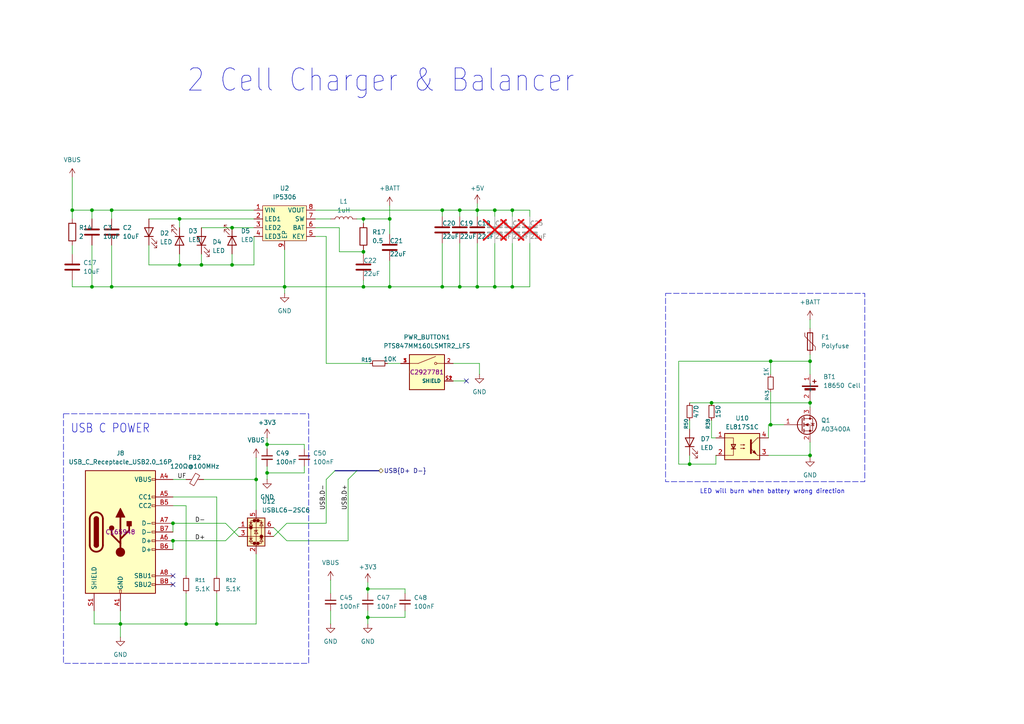
<source format=kicad_sch>
(kicad_sch (version 20250114) (generator "eeschema") (generator_version "9.0")
  (paper "A4")
  (lib_symbols
    (symbol "BH-18650-B1BA002:BH-18650-B1BA002" (pin_names (offset 1.016))
      (property "Reference" "BT" (at -3.81 3.81 0))
      (property "Value" "BH-18650-B1BA002" (at -3.81 -5.08 0))
      (symbol "BH-18650-B1BA002_0_1"
        (rectangle (start -2.286 0.508) (end 2.286 0.254) (fill (type outline)))
        (rectangle (start -1.524 -0.254) (end 1.524 -0.762) (fill (type outline)))
        (polyline (pts (xy 0 0.508) (xy 0 1.27)))
        (polyline (pts (xy 0 -0.508) (xy 0 -1.27)))
        (polyline (pts (xy 0.762 1.778) (xy 1.778 1.778)) (stroke (width 0.254)))
        (polyline (pts (xy 1.27 2.286) (xy 1.27 1.27)) (stroke (width 0.254)))
      )
      (symbol "BH-18650-B1BA002_1_1"
        (pin passive line (at 0 3.81 270) (length 2.54) (name "+") (number "1"))
        (pin passive line (at 0 -3.81 90) (length 2.54) (name "-") (number "2"))
      )
    )
    (symbol "Connector:USB_C_Receptacle_USB2.0_16P" (pin_names (offset 1.016))
      (property "Reference" "J" (at 0 22.225 0))
      (property "Value" "USB_C_Receptacle_USB2.0_16P" (at 0 19.685 0))
      (symbol "USB_C_Receptacle_USB2.0_16P_0_0"
        (rectangle (start -0.254 -17.78) (end 0.254 -16.764))
        (rectangle (start 10.16 15.494) (end 9.144 14.986))
        (rectangle (start 10.16 10.414) (end 9.144 9.906))
        (rectangle (start 10.16 7.874) (end 9.144 7.366))
        (rectangle (start 10.16 2.794) (end 9.144 2.286))
        (rectangle (start 10.16 0.254) (end 9.144 -0.254))
        (rectangle (start 10.16 -2.286) (end 9.144 -2.794))
        (rectangle (start 10.16 -4.826) (end 9.144 -5.334))
        (rectangle (start 10.16 -12.446) (end 9.144 -12.954))
        (rectangle (start 10.16 -14.986) (end 9.144 -15.494))
      )
      (symbol "USB_C_Receptacle_USB2.0_16P_0_1"
        (rectangle (start -10.16 17.78) (end 10.16 -17.78) (stroke (width 0.254)) (fill (type background)))
        (polyline (pts (xy -8.89 -3.81) (xy -8.89 3.81)) (stroke (width 0.508)))
        (rectangle (start -7.62 -3.81) (end -6.35 3.81) (stroke (width 0.254)) (fill (type outline)))
        (arc (start -7.62 3.81) (mid -6.985 4.4423) (end -6.35 3.81) (stroke (width 0.254)))
        (arc (start -7.62 3.81) (mid -6.985 4.4423) (end -6.35 3.81) (stroke (width 0.254)) (fill (type outline)))
        (arc (start -8.89 3.81) (mid -6.985 5.7067) (end -5.08 3.81) (stroke (width 0.508)))
        (arc (start -5.08 -3.81) (mid -6.985 -5.7067) (end -8.89 -3.81) (stroke (width 0.508)))
        (arc (start -6.35 -3.81) (mid -6.985 -4.4423) (end -7.62 -3.81) (stroke (width 0.254)))
        (arc (start -6.35 -3.81) (mid -6.985 -4.4423) (end -7.62 -3.81) (stroke (width 0.254)) (fill (type outline)))
        (polyline (pts (xy -5.08 3.81) (xy -5.08 -3.81)) (stroke (width 0.508)))
        (circle (center -2.54 1.143) (radius 0.635) (stroke (width 0.254)) (fill (type outline)))
        (polyline (pts (xy -1.27 4.318) (xy 0 6.858) (xy 1.27 4.318) (xy -1.27 4.318)) (stroke (width 0.254)) (fill (type outline)))
        (polyline (pts (xy 0 -2.032) (xy 2.54 0.508) (xy 2.54 1.778)) (stroke (width 0.508)))
        (polyline (pts (xy 0 -3.302) (xy -2.54 -0.762) (xy -2.54 0.508)) (stroke (width 0.508)))
        (polyline (pts (xy 0 -5.842) (xy 0 4.318)) (stroke (width 0.508)))
        (circle (center 0 -5.842) (radius 1.27) (fill (type outline)))
        (rectangle (start 1.905 1.778) (end 3.175 3.048) (stroke (width 0.254)) (fill (type outline)))
      )
      (symbol "USB_C_Receptacle_USB2.0_16P_1_1"
        (pin passive line (at -7.62 -22.86 90) (length 5.08) (name "SHIELD") (number "S1"))
        (pin passive line (at 0 -22.86 90) (length 5.08) (name "GND") (number "A1"))
        (pin passive line (at 0 -22.86 90) (length 5.08) (hide yes) (name "GND") (number "A12"))
        (pin passive line (at 0 -22.86 90) (length 5.08) (hide yes) (name "GND") (number "B1"))
        (pin passive line (at 0 -22.86 90) (length 5.08) (hide yes) (name "GND") (number "B12"))
        (pin passive line (at 15.24 15.24 180) (length 5.08) (name "VBUS") (number "A4"))
        (pin passive line (at 15.24 15.24 180) (length 5.08) (hide yes) (name "VBUS") (number "A9"))
        (pin passive line (at 15.24 15.24 180) (length 5.08) (hide yes) (name "VBUS") (number "B4"))
        (pin passive line (at 15.24 15.24 180) (length 5.08) (hide yes) (name "VBUS") (number "B9"))
        (pin bidirectional line (at 15.24 10.16 180) (length 5.08) (name "CC1") (number "A5"))
        (pin bidirectional line (at 15.24 7.62 180) (length 5.08) (name "CC2") (number "B5"))
        (pin bidirectional line (at 15.24 2.54 180) (length 5.08) (name "D-") (number "A7"))
        (pin bidirectional line (at 15.24 0 180) (length 5.08) (name "D-") (number "B7"))
        (pin bidirectional line (at 15.24 -2.54 180) (length 5.08) (name "D+") (number "A6"))
        (pin bidirectional line (at 15.24 -5.08 180) (length 5.08) (name "D+") (number "B6"))
        (pin bidirectional line (at 15.24 -12.7 180) (length 5.08) (name "SBU1") (number "A8"))
        (pin bidirectional line (at 15.24 -15.24 180) (length 5.08) (name "SBU2") (number "B8"))
      )
    )
    (symbol "Device:C" (pin_numbers (hide yes)) (pin_names (offset 0.254))
      (property "Reference" "C" (at 0.635 2.54 0))
      (property "Value" "C" (at 0.635 -2.54 0))
      (symbol "C_0_1"
        (polyline (pts (xy -2.032 0.762) (xy 2.032 0.762)) (stroke (width 0.508)))
        (polyline (pts (xy -2.032 -0.762) (xy 2.032 -0.762)) (stroke (width 0.508)))
      )
      (symbol "C_1_1"
        (pin passive line (at 0 3.81 270) (length 2.794) (name "~") (number "1"))
        (pin passive line (at 0 -3.81 90) (length 2.794) (name "~") (number "2"))
      )
    )
    (symbol "Device:C_Small" (pin_numbers (hide yes)) (pin_names (offset 0.254) (hide yes))
      (property "Reference" "C" (at 0.254 1.778 0))
      (property "Value" "C_Small" (at 0.254 -2.032 0))
      (symbol "C_Small_0_1"
        (polyline (pts (xy -1.524 0.508) (xy 1.524 0.508)) (stroke (width 0.3048)))
        (polyline (pts (xy -1.524 -0.508) (xy 1.524 -0.508)) (stroke (width 0.3302)))
      )
      (symbol "C_Small_1_1"
        (pin passive line (at 0 2.54 270) (length 2.032) (name "~") (number "1"))
        (pin passive line (at 0 -2.54 90) (length 2.032) (name "~") (number "2"))
      )
    )
    (symbol "Device:FerriteBead_Small" (pin_numbers (hide yes)) (pin_names (offset 0))
      (property "Reference" "FB" (at 1.905 1.27 0))
      (property "Value" "FerriteBead_Small" (at 1.905 -1.27 0))
      (symbol "FerriteBead_Small_0_1"
        (polyline (pts (xy -1.8288 0.2794) (xy -1.1176 1.4986) (xy 1.8288 -0.2032) (xy 1.1176 -1.4224) (xy -1.8288 0.2794)))
        (polyline (pts (xy 0 0.889) (xy 0 1.2954)))
        (polyline (pts (xy 0 -1.27) (xy 0 -0.7874)))
      )
      (symbol "FerriteBead_Small_1_1"
        (pin passive line (at 0 2.54 270) (length 1.27) (name "~") (number "1"))
        (pin passive line (at 0 -2.54 90) (length 1.27) (name "~") (number "2"))
      )
    )
    (symbol "Device:L" (pin_numbers (hide yes)) (pin_names (offset 1.016) (hide yes))
      (property "Reference" "L" (at -1.27 0 90))
      (property "Value" "L" (at 1.905 0 90))
      (symbol "L_0_1"
        (arc (start 0 2.54) (mid 0.6323 1.905) (end 0 1.27))
        (arc (start 0 1.27) (mid 0.6323 0.635) (end 0 0))
        (arc (start 0 0) (mid 0.6323 -0.635) (end 0 -1.27))
        (arc (start 0 -1.27) (mid 0.6323 -1.905) (end 0 -2.54))
      )
      (symbol "L_1_1"
        (pin passive line (at 0 3.81 270) (length 1.27) (name "1") (number "1"))
        (pin passive line (at 0 -3.81 90) (length 1.27) (name "2") (number "2"))
      )
    )
    (symbol "Device:LED" (pin_numbers (hide yes)) (pin_names (offset 1.016) (hide yes))
      (property "Reference" "D" (at 0 2.54 0))
      (property "Value" "LED" (at 0 -2.54 0))
      (symbol "LED_0_1"
        (polyline (pts (xy -3.048 -0.762) (xy -4.572 -2.286) (xy -3.81 -2.286) (xy -4.572 -2.286) (xy -4.572 -1.524)))
        (polyline (pts (xy -1.778 -0.762) (xy -3.302 -2.286) (xy -2.54 -2.286) (xy -3.302 -2.286) (xy -3.302 -1.524)))
        (polyline (pts (xy -1.27 0) (xy 1.27 0)))
        (polyline (pts (xy -1.27 -1.27) (xy -1.27 1.27)) (stroke (width 0.254)))
        (polyline (pts (xy 1.27 -1.27) (xy 1.27 1.27) (xy -1.27 0) (xy 1.27 -1.27)) (stroke (width 0.254)))
      )
      (symbol "LED_1_1"
        (pin passive line (at -3.81 0 0) (length 2.54) (name "K") (number "1"))
        (pin passive line (at 3.81 0 180) (length 2.54) (name "A") (number "2"))
      )
    )
    (symbol "Device:Polyfuse" (pin_numbers (hide yes)) (pin_names (offset 0))
      (property "Reference" "F" (at -2.54 0 90))
      (property "Value" "Polyfuse" (at 2.54 0 90))
      (symbol "Polyfuse_0_1"
        (polyline (pts (xy -1.524 2.54) (xy -1.524 1.524) (xy 1.524 -1.524) (xy 1.524 -2.54)))
        (rectangle (start -0.762 2.54) (end 0.762 -2.54) (stroke (width 0.254)))
        (polyline (pts (xy 0 2.54) (xy 0 -2.54)))
      )
      (symbol "Polyfuse_1_1"
        (pin passive line (at 0 3.81 270) (length 1.27) (name "~") (number "1"))
        (pin passive line (at 0 -3.81 90) (length 1.27) (name "~") (number "2"))
      )
    )
    (symbol "Device:R" (pin_numbers (hide yes)) (pin_names (offset 0))
      (property "Reference" "R" (at 2.032 0 90))
      (property "Value" "R" (at 0 0 90))
      (symbol "R_0_1"
        (rectangle (start -1.016 -2.54) (end 1.016 2.54) (stroke (width 0.254)))
      )
      (symbol "R_1_1"
        (pin passive line (at 0 3.81 270) (length 1.27) (name "~") (number "1"))
        (pin passive line (at 0 -3.81 90) (length 1.27) (name "~") (number "2"))
      )
    )
    (symbol "Device:R_Small" (pin_numbers (hide yes)) (pin_names (offset 0.254) (hide yes))
      (property "Reference" "R" (at 0 0 90))
      (property "Value" "R_Small" (at 1.778 0 90))
      (symbol "R_Small_0_1"
        (rectangle (start -0.762 1.778) (end 0.762 -1.778) (stroke (width 0.2032)))
      )
      (symbol "R_Small_1_1"
        (pin passive line (at 0 2.54 270) (length 0.762) (name "~") (number "1"))
        (pin passive line (at 0 -2.54 90) (length 0.762) (name "~") (number "2"))
      )
    )
    (symbol "IP5306:IP5306"
      (property "Reference" "U" (at -4.445 5.08 0))
      (property "Value" "IP5306" (at 3.175 5.08 0))
      (symbol "IP5306_0_1"
        (rectangle (start -6.35 3.81) (end 6.35 -6.35) (fill (type background)))
      )
      (symbol "IP5306_1_1"
        (pin input line (at -8.89 2.54 0) (length 2.54) (name "VIN") (number "1"))
        (pin input line (at -8.89 0 0) (length 2.54) (name "LED1") (number "2"))
        (pin input line (at -8.89 -2.54 0) (length 2.54) (name "LED2") (number "3"))
        (pin input line (at -8.89 -5.08 0) (length 2.54) (name "LED3") (number "4"))
        (pin input line (at 0 -8.89 90) (length 2.54) (name "EP") (number "9"))
        (pin input line (at 8.89 2.54 180) (length 2.54) (name "VOUT") (number "8"))
        (pin input line (at 8.89 0 180) (length 2.54) (name "SW") (number "7"))
        (pin input line (at 8.89 -2.54 180) (length 2.54) (name "BAT") (number "6"))
        (pin input line (at 8.89 -5.08 180) (length 2.54) (name "KEY") (number "5"))
      )
    )
    (symbol "Isolator:EL817" (pin_names (offset 1.016))
      (property "Reference" "U" (at -5.08 5.08 0))
      (property "Value" "EL817" (at 0 5.08 0))
      (symbol "EL817_0_1"
        (rectangle (start -5.08 3.81) (end 5.08 -3.81) (stroke (width 0.254)) (fill (type background)))
        (polyline (pts (xy -5.08 2.54) (xy -2.54 2.54) (xy -2.54 -0.635)))
        (polyline (pts (xy -3.175 -0.635) (xy -1.905 -0.635)) (stroke (width 0.254)))
        (polyline (pts (xy -2.54 -0.635) (xy -2.54 -2.54) (xy -5.08 -2.54)))
        (polyline (pts (xy -2.54 -0.635) (xy -3.175 0.635) (xy -1.905 0.635) (xy -2.54 -0.635)) (stroke (width 0.254)))
        (polyline (pts (xy -0.508 0.508) (xy 0.762 0.508) (xy 0.381 0.381) (xy 0.381 0.635) (xy 0.762 0.508)))
        (polyline (pts (xy -0.508 -0.508) (xy 0.762 -0.508) (xy 0.381 -0.635) (xy 0.381 -0.381) (xy 0.762 -0.508)))
        (polyline (pts (xy 2.54 1.905) (xy 2.54 -1.905) (xy 2.54 -1.905)) (stroke (width 0.508)))
        (polyline (pts (xy 2.54 0.635) (xy 4.445 2.54)))
        (polyline (pts (xy 3.048 -1.651) (xy 3.556 -1.143) (xy 4.064 -2.159) (xy 3.048 -1.651) (xy 3.048 -1.651)) (fill (type outline)))
        (polyline (pts (xy 4.445 2.54) (xy 5.08 2.54)))
        (polyline (pts (xy 4.445 -2.54) (xy 2.54 -0.635)) (fill (type outline)))
        (polyline (pts (xy 4.445 -2.54) (xy 5.08 -2.54)))
      )
      (symbol "EL817_1_1"
        (pin passive line (at -7.62 2.54 0) (length 2.54) (name "~") (number "1"))
        (pin passive line (at -7.62 -2.54 0) (length 2.54) (name "~") (number "2"))
        (pin passive line (at 7.62 2.54 180) (length 2.54) (name "~") (number "4"))
        (pin passive line (at 7.62 -2.54 180) (length 2.54) (name "~") (number "3"))
      )
    )
    (symbol "PTS847MM160LSMTR2_LFS:PTS847MM160LSMTR2_LFS" (pin_names (offset 1.016))
      (property "Reference" "S" (at -5.08 5.969 0))
      (property "Value" "PTS847MM160LSMTR2_LFS" (at -5.08 -7.62 0))
      (symbol "PTS847MM160LSMTR2_LFS_0_0"
        (rectangle (start -5.08 -5.08) (end 5.08 5.08) (stroke (width 0.254)) (fill (type background)))
        (polyline (pts (xy -2.54 2.54) (xy -5.08 2.54)) (stroke (width 0.1524)))
        (polyline (pts (xy -2.54 2.54) (xy 2.54 4.572)) (stroke (width 0.1524)))
        (circle (center 2.54 2.54) (radius 0.3302) (stroke (width 0.1524)))
        (polyline (pts (xy 5.08 2.54) (xy 2.921 2.54)) (stroke (width 0.1524)))
        (pin passive line (at -7.62 2.54 0) (length 2.54) (name "~") (number "1"))
        (pin passive line (at -7.62 2.54 0) (length 2.54) (name "~") (number "3"))
        (pin passive line (at 7.62 2.54 180) (length 2.54) (name "~") (number "2"))
        (pin passive line (at 7.62 -2.54 180) (length 2.54) (name "SHIELD") (number "S1"))
        (pin passive line (at 7.62 -2.54 180) (length 2.54) (name "SHIELD") (number "S2"))
      )
    )
    (symbol "Power_Protection:USBLC6-2SC6" (pin_names (hide yes))
      (property "Reference" "U" (at 0.635 5.715 0))
      (property "Value" "USBLC6-2SC6" (at 0.635 3.81 0))
      (symbol "USBLC6-2SC6_0_0"
        (circle (center -1.524 0) (radius 0.0001) (stroke (width 0.508)))
        (circle (center -0.508 2.032) (radius 0.0001) (stroke (width 0.508)))
        (circle (center -0.508 -4.572) (radius 0.0001) (stroke (width 0.508)))
        (circle (center 0.508 2.032) (radius 0.0001) (stroke (width 0.508)))
        (circle (center 0.508 -4.572) (radius 0.0001) (stroke (width 0.508)))
        (circle (center 1.524 -2.54) (radius 0.0001) (stroke (width 0.508)))
      )
      (symbol "USBLC6-2SC6_0_1"
        (polyline (pts (xy -2.54 0) (xy 2.54 0)))
        (polyline (pts (xy -2.54 -2.54) (xy 2.54 -2.54)))
        (polyline (pts (xy -2.032 0.508) (xy -1.016 0.508) (xy -1.524 1.524) (xy -2.032 0.508)))
        (polyline (pts (xy -2.032 -3.048) (xy -1.016 -3.048)))
        (polyline (pts (xy -1.016 1.524) (xy -2.032 1.524)))
        (polyline (pts (xy -1.016 -4.064) (xy -2.032 -4.064) (xy -1.524 -3.048) (xy -1.016 -4.064)))
        (polyline (pts (xy -0.508 -1.143) (xy -0.508 -0.762) (xy 0.508 -0.762)))
        (polyline (pts (xy 0 2.54) (xy -0.508 2.032) (xy 0.508 2.032) (xy 0 1.524) (xy 0 -4.064) (xy -0.508 -4.572) (xy 0.508 -4.572) (xy 0 -5.08)))
        (polyline (pts (xy 0.508 -1.778) (xy -0.508 -1.778) (xy 0 -0.762) (xy 0.508 -1.778)))
        (polyline (pts (xy 1.016 1.524) (xy 2.032 1.524)))
        (polyline (pts (xy 1.016 -3.048) (xy 2.032 -3.048)))
        (polyline (pts (xy 2.032 0.508) (xy 1.016 0.508) (xy 1.524 1.524) (xy 2.032 0.508)))
        (polyline (pts (xy 2.032 -4.064) (xy 1.016 -4.064) (xy 1.524 -3.048) (xy 2.032 -4.064)))
      )
      (symbol "USBLC6-2SC6_1_1"
        (rectangle (start -2.54 2.794) (end 2.54 -5.334) (stroke (width 0.254)) (fill (type background)))
        (polyline (pts (xy -0.508 2.032) (xy -1.524 2.032) (xy -1.524 -4.572) (xy -0.508 -4.572)))
        (polyline (pts (xy 0.508 -4.572) (xy 1.524 -4.572) (xy 1.524 2.032) (xy 0.508 2.032)))
        (pin passive line (at -5.08 0 0) (length 2.54) (name "I/O1") (number "1"))
        (pin passive line (at -5.08 -2.54 0) (length 2.54) (name "I/O2") (number "3"))
        (pin passive line (at 0 5.08 270) (length 2.54) (name "VBUS") (number "5"))
        (pin passive line (at 0 -7.62 90) (length 2.54) (name "GND") (number "2"))
        (pin passive line (at 5.08 0 180) (length 2.54) (name "I/O1") (number "6"))
        (pin passive line (at 5.08 -2.54 180) (length 2.54) (name "I/O2") (number "4"))
      )
    )
    (symbol "Transistor_FET:AO3400A" (pin_names (hide yes))
      (property "Reference" "Q" (at 5.08 1.905 0))
      (property "Value" "AO3400A" (at 5.08 0 0))
      (symbol "AO3400A_0_1"
        (polyline (pts (xy 0.254 1.905) (xy 0.254 -1.905)) (stroke (width 0.254)))
        (polyline (pts (xy 0.254 0) (xy -2.54 0)))
        (polyline (pts (xy 0.762 2.286) (xy 0.762 1.27)) (stroke (width 0.254)))
        (polyline (pts (xy 0.762 0.508) (xy 0.762 -0.508)) (stroke (width 0.254)))
        (polyline (pts (xy 0.762 -1.27) (xy 0.762 -2.286)) (stroke (width 0.254)))
        (polyline (pts (xy 0.762 -1.778) (xy 3.302 -1.778) (xy 3.302 1.778) (xy 0.762 1.778)))
        (polyline (pts (xy 1.016 0) (xy 2.032 0.381) (xy 2.032 -0.381) (xy 1.016 0)) (fill (type outline)))
        (circle (center 1.651 0) (radius 2.794) (stroke (width 0.254)))
        (polyline (pts (xy 2.54 2.54) (xy 2.54 1.778)))
        (circle (center 2.54 1.778) (radius 0.254) (fill (type outline)))
        (circle (center 2.54 -1.778) (radius 0.254) (fill (type outline)))
        (polyline (pts (xy 2.54 -2.54) (xy 2.54 0) (xy 0.762 0)))
        (polyline (pts (xy 2.794 0.508) (xy 2.921 0.381) (xy 3.683 0.381) (xy 3.81 0.254)))
        (polyline (pts (xy 3.302 0.381) (xy 2.921 -0.254) (xy 3.683 -0.254) (xy 3.302 0.381)))
      )
      (symbol "AO3400A_1_1"
        (pin input line (at -5.08 0 0) (length 2.54) (name "G") (number "1"))
        (pin passive line (at 2.54 5.08 270) (length 2.54) (name "D") (number "3"))
        (pin passive line (at 2.54 -5.08 90) (length 2.54) (name "S") (number "2"))
      )
    )
    (symbol "power:+3V3" (power) (pin_numbers (hide yes)) (pin_names (offset 0) (hide yes))
      (property "Value" "+3V3" (at 0 3.556 0))
      (symbol "+3V3_0_1"
        (polyline (pts (xy -0.762 1.27) (xy 0 2.54)))
        (polyline (pts (xy 0 2.54) (xy 0.762 1.27)))
        (polyline (pts (xy 0 0) (xy 0 2.54)))
      )
      (symbol "+3V3_1_1"
        (pin power_in line (at 0 0 90) (length 0) (name "~") (number "1"))
      )
    )
    (symbol "power:+5V" (power) (pin_numbers (hide yes)) (pin_names (offset 0) (hide yes))
      (property "Value" "+5V" (at 0 3.556 0))
      (symbol "+5V_0_1"
        (polyline (pts (xy -0.762 1.27) (xy 0 2.54)))
        (polyline (pts (xy 0 2.54) (xy 0.762 1.27)))
        (polyline (pts (xy 0 0) (xy 0 2.54)))
      )
      (symbol "+5V_1_1"
        (pin power_in line (at 0 0 90) (length 0) (name "~") (number "1"))
      )
    )
    (symbol "power:+BATT" (power) (pin_numbers (hide yes)) (pin_names (offset 0) (hide yes))
      (property "Value" "+BATT" (at 0 3.556 0))
      (symbol "+BATT_0_1"
        (polyline (pts (xy -0.762 1.27) (xy 0 2.54)))
        (polyline (pts (xy 0 2.54) (xy 0.762 1.27)))
        (polyline (pts (xy 0 0) (xy 0 2.54)))
      )
      (symbol "+BATT_1_1"
        (pin power_in line (at 0 0 90) (length 0) (name "~") (number "1"))
      )
    )
    (symbol "power:GND" (power) (pin_numbers (hide yes)) (pin_names (offset 0) (hide yes))
      (property "Value" "GND" (at 0 -3.81 0))
      (symbol "GND_0_1"
        (polyline (pts (xy 0 0) (xy 0 -1.27) (xy 1.27 -1.27) (xy 0 -2.54) (xy -1.27 -1.27) (xy 0 -1.27)))
      )
      (symbol "GND_1_1"
        (pin power_in line (at 0 0 270) (length 0) (name "~") (number "1"))
      )
    )
    (symbol "power:VBUS" (power) (pin_numbers (hide yes)) (pin_names (offset 0) (hide yes))
      (property "Value" "VBUS" (at 0 3.556 0))
      (symbol "VBUS_0_1"
        (polyline (pts (xy -0.762 1.27) (xy 0 2.54)))
        (polyline (pts (xy 0 2.54) (xy 0.762 1.27)))
        (polyline (pts (xy 0 0) (xy 0 2.54)))
      )
      (symbol "VBUS_1_1"
        (pin power_in line (at 0 0 90) (length 0) (name "~") (number "1"))
      )
    )
  )
  (rectangle (start 193.04 85.09) (end 250.825 139.7) (stroke (width 0) (type dash)))
  (rectangle (start 18.415 120.015) (end 89.535 192.405) (stroke (width 0) (type dash)))
  (text "2 Cell Charger & Balancer" (at 54.102 27.178 0) (effects (font (size 6.4516 5.4838)) (justify left bottom)))
  (text "LED will burn when battery wrong direction" (at 224.028 142.621 0) (effects (font (size 1.27 1.27))))
  (text "USB C POWER" (at 20.447 125.857 0) (effects (font (size 2.54 2.159)) (justify left bottom)))
  (junction (at 105.41 73.025))
  (junction (at 77.47 128.905))
  (junction (at 50.165 151.765))
  (junction (at 74.295 139.065))
  (junction (at 52.07 76.835))
  (junction (at 32.385 83.185))
  (junction (at 34.925 180.975))
  (junction (at 58.42 76.835))
  (junction (at 223.52 123.19))
  (junction (at 206.375 116.84))
  (junction (at 105.41 83.185))
  (junction (at 234.95 116.84))
  (junction (at 128.27 83.185))
  (junction (at 77.47 137.16))
  (junction (at 106.68 179.07))
  (junction (at 223.52 104.775))
  (junction (at 52.07 63.5))
  (junction (at 143.51 83.185))
  (junction (at 133.35 83.185))
  (junction (at 113.03 63.5))
  (junction (at 234.95 132.08))
  (junction (at 67.31 66.04))
  (junction (at 20.955 60.96))
  (junction (at 128.27 60.96))
  (junction (at 105.41 63.5))
  (junction (at 26.67 83.185))
  (junction (at 62.865 180.975))
  (junction (at 133.35 60.96))
  (junction (at 200.025 134.62))
  (junction (at 106.68 170.815))
  (junction (at 82.55 83.185))
  (junction (at 50.165 156.845))
  (junction (at 148.59 60.96))
  (junction (at 148.59 83.185))
  (junction (at 53.975 180.975))
  (junction (at 138.43 83.185))
  (junction (at 67.31 76.835))
  (junction (at 32.385 60.96))
  (junction (at 234.95 104.775))
  (junction (at 26.67 60.96))
  (junction (at 138.43 60.96))
  (junction (at 113.03 83.185))
  (junction (at 143.51 60.96))
  (no_connect (at 50.165 167.005))
  (no_connect (at 135.255 110.49))
  (no_connect (at 50.165 169.545))
  (bus_entry (at 100.965 139.065) (size 2.54 -2.54))
  (bus_entry (at 94.615 139.065) (size 2.54 -2.54))
  (wire (pts (xy 91.44 60.96) (xy 128.27 60.96)))
  (wire (pts (xy 113.03 75.565) (xy 113.03 83.185)))
  (wire (pts (xy 52.07 66.04) (xy 52.07 63.5)))
  (wire (pts (xy 106.68 177.165) (xy 106.68 179.07)))
  (wire (pts (xy 58.42 76.835) (xy 52.07 76.835)))
  (wire (pts (xy 223.52 113.665) (xy 223.52 123.19)))
  (wire (pts (xy 112.395 105.41) (xy 116.205 105.41)))
  (wire (pts (xy 200.025 121.92) (xy 200.025 124.46)))
  (wire (pts (xy 74.295 139.065) (xy 74.295 147.955)))
  (wire (pts (xy 113.03 83.185) (xy 105.41 83.185)))
  (wire (pts (xy 43.18 71.12) (xy 43.18 76.835)))
  (wire (pts (xy 88.265 128.905) (xy 88.265 130.175)))
  (wire (pts (xy 128.27 83.185) (xy 113.03 83.185)))
  (wire (pts (xy 20.955 60.96) (xy 26.67 60.96)))
  (wire (pts (xy 153.67 70.485) (xy 153.67 83.185)))
  (wire (pts (xy 234.95 116.84) (xy 234.95 118.11)))
  (wire (pts (xy 148.59 83.185) (xy 143.51 83.185)))
  (wire (pts (xy 234.95 128.27) (xy 234.95 132.08)))
  (wire (pts (xy 105.41 63.5) (xy 105.41 64.77)))
  (wire (pts (xy 53.975 180.975) (xy 34.925 180.975)))
  (wire (pts (xy 138.43 59.055) (xy 138.43 60.96)))
  (wire (pts (xy 138.43 83.185) (xy 133.35 83.185)))
  (wire (pts (xy 128.27 60.96) (xy 128.27 62.865)))
  (wire (pts (xy 148.59 60.96) (xy 148.59 62.865)))
  (wire (pts (xy 58.42 73.66) (xy 58.42 76.835)))
  (wire (pts (xy 207.645 127) (xy 206.375 127)))
  (wire (pts (xy 105.41 81.28) (xy 105.41 83.185)))
  (wire (pts (xy 65.405 151.765) (xy 69.215 155.575)))
  (wire (pts (xy 143.51 60.96) (xy 138.43 60.96)))
  (bus (pts (xy 103.505 136.525) (xy 109.855 136.525)))
  (wire (pts (xy 106.68 179.07) (xy 106.68 180.975)))
  (wire (pts (xy 53.975 172.085) (xy 53.975 180.975)))
  (wire (pts (xy 79.375 155.575) (xy 83.185 151.765)))
  (wire (pts (xy 133.35 60.96) (xy 133.35 62.865)))
  (wire (pts (xy 196.85 104.775) (xy 223.52 104.775)))
  (wire (pts (xy 50.165 156.845) (xy 65.405 156.845)))
  (wire (pts (xy 67.31 76.835) (xy 67.31 73.66)))
  (wire (pts (xy 143.51 70.485) (xy 143.51 83.185)))
  (wire (pts (xy 34.925 177.165) (xy 34.925 180.975)))
  (wire (pts (xy 50.165 139.065) (xy 53.975 139.065)))
  (wire (pts (xy 234.95 132.715) (xy 234.95 132.08)))
  (wire (pts (xy 94.615 105.41) (xy 107.315 105.41)))
  (wire (pts (xy 196.85 134.62) (xy 196.85 104.775)))
  (wire (pts (xy 77.47 137.16) (xy 88.265 137.16)))
  (wire (pts (xy 82.55 72.39) (xy 82.55 83.185)))
  (wire (pts (xy 59.055 139.065) (xy 74.295 139.065)))
  (wire (pts (xy 34.925 180.975) (xy 34.925 184.785)))
  (wire (pts (xy 98.425 66.04) (xy 91.44 66.04)))
  (bus (pts (xy 97.155 136.525) (xy 103.505 136.525)))
  (wire (pts (xy 223.52 104.775) (xy 234.95 104.775)))
  (wire (pts (xy 67.31 76.835) (xy 73.66 76.835)))
  (wire (pts (xy 131.445 110.49) (xy 135.255 110.49)))
  (wire (pts (xy 58.42 66.04) (xy 67.31 66.04)))
  (wire (pts (xy 77.47 137.16) (xy 77.47 139.065)))
  (wire (pts (xy 148.59 70.485) (xy 148.59 83.185)))
  (wire (pts (xy 50.165 144.145) (xy 62.865 144.145)))
  (wire (pts (xy 88.265 137.16) (xy 88.265 135.255)))
  (wire (pts (xy 20.955 81.28) (xy 20.955 83.185)))
  (wire (pts (xy 73.66 63.5) (xy 52.07 63.5)))
  (wire (pts (xy 153.67 83.185) (xy 148.59 83.185)))
  (wire (pts (xy 131.445 105.41) (xy 139.065 105.41)))
  (wire (pts (xy 222.885 123.19) (xy 222.885 127)))
  (wire (pts (xy 67.31 66.04) (xy 73.66 66.04)))
  (wire (pts (xy 200.025 134.62) (xy 200.025 132.08)))
  (wire (pts (xy 43.18 76.835) (xy 52.07 76.835)))
  (wire (pts (xy 34.925 180.975) (xy 27.305 180.975)))
  (wire (pts (xy 73.66 76.835) (xy 73.66 68.58)))
  (wire (pts (xy 94.615 139.065) (xy 94.615 151.765)))
  (wire (pts (xy 20.955 71.12) (xy 20.955 73.66)))
  (wire (pts (xy 74.295 160.655) (xy 74.295 180.975)))
  (wire (pts (xy 20.955 83.185) (xy 26.67 83.185)))
  (wire (pts (xy 83.185 151.765) (xy 94.615 151.765)))
  (wire (pts (xy 200.025 116.84) (xy 206.375 116.84)))
  (wire (pts (xy 105.41 73.025) (xy 98.425 73.025)))
  (wire (pts (xy 106.68 179.07) (xy 117.475 179.07)))
  (wire (pts (xy 200.025 134.62) (xy 196.85 134.62)))
  (wire (pts (xy 50.165 156.845) (xy 50.165 159.385)))
  (wire (pts (xy 32.385 71.12) (xy 32.385 83.185)))
  (wire (pts (xy 53.975 146.685) (xy 53.975 167.005)))
  (wire (pts (xy 133.35 70.485) (xy 133.35 83.185)))
  (wire (pts (xy 32.385 83.185) (xy 82.55 83.185)))
  (wire (pts (xy 207.645 134.62) (xy 200.025 134.62)))
  (wire (pts (xy 222.885 123.19) (xy 223.52 123.19)))
  (wire (pts (xy 133.35 60.96) (xy 138.43 60.96)))
  (wire (pts (xy 153.67 60.96) (xy 148.59 60.96)))
  (wire (pts (xy 32.385 60.96) (xy 32.385 63.5)))
  (wire (pts (xy 77.47 135.255) (xy 77.47 137.16)))
  (wire (pts (xy 50.165 146.685) (xy 53.975 146.685)))
  (wire (pts (xy 128.27 60.96) (xy 133.35 60.96)))
  (wire (pts (xy 52.07 76.835) (xy 52.07 73.66)))
  (wire (pts (xy 234.95 116.205) (xy 234.95 116.84)))
  (wire (pts (xy 139.065 105.41) (xy 139.065 108.585)))
  (wire (pts (xy 26.67 60.96) (xy 32.385 60.96)))
  (wire (pts (xy 105.41 63.5) (xy 113.03 63.5)))
  (wire (pts (xy 26.67 83.185) (xy 32.385 83.185)))
  (wire (pts (xy 133.35 83.185) (xy 128.27 83.185)))
  (wire (pts (xy 234.95 92.71) (xy 234.95 95.25)))
  (wire (pts (xy 100.965 139.065) (xy 100.965 156.845)))
  (wire (pts (xy 128.27 70.485) (xy 128.27 83.185)))
  (wire (pts (xy 105.41 73.025) (xy 105.41 73.66)))
  (wire (pts (xy 103.505 63.5) (xy 105.41 63.5)))
  (wire (pts (xy 153.67 62.865) (xy 153.67 60.96)))
  (wire (pts (xy 117.475 170.815) (xy 117.475 172.085)))
  (wire (pts (xy 82.55 83.185) (xy 82.55 85.09)))
  (wire (pts (xy 20.955 51.435) (xy 20.955 60.96)))
  (wire (pts (xy 94.615 68.58) (xy 91.44 68.58)))
  (wire (pts (xy 98.425 73.025) (xy 98.425 66.04)))
  (wire (pts (xy 94.615 105.41) (xy 94.615 68.58)))
  (wire (pts (xy 74.295 132.715) (xy 74.295 139.065)))
  (wire (pts (xy 50.165 151.765) (xy 50.165 154.305)))
  (wire (pts (xy 106.68 168.91) (xy 106.68 170.815)))
  (wire (pts (xy 20.955 60.96) (xy 20.955 63.5)))
  (wire (pts (xy 148.59 60.96) (xy 143.51 60.96)))
  (wire (pts (xy 138.43 70.485) (xy 138.43 83.185)))
  (wire (pts (xy 106.68 170.815) (xy 106.68 172.085)))
  (wire (pts (xy 105.41 83.185) (xy 82.55 83.185)))
  (wire (pts (xy 117.475 179.07) (xy 117.475 177.165)))
  (wire (pts (xy 206.375 121.92) (xy 206.375 127)))
  (wire (pts (xy 113.03 63.5) (xy 113.03 67.945)))
  (wire (pts (xy 105.41 72.39) (xy 105.41 73.025)))
  (wire (pts (xy 113.03 59.69) (xy 113.03 63.5)))
  (wire (pts (xy 234.95 102.87) (xy 234.95 104.775)))
  (wire (pts (xy 234.95 104.775) (xy 234.95 108.585)))
  (wire (pts (xy 222.885 132.08) (xy 234.95 132.08)))
  (wire (pts (xy 62.865 180.975) (xy 74.295 180.975)))
  (wire (pts (xy 106.68 170.815) (xy 117.475 170.815)))
  (wire (pts (xy 79.375 153.035) (xy 83.185 156.845)))
  (wire (pts (xy 32.385 60.96) (xy 73.66 60.96)))
  (wire (pts (xy 27.305 177.165) (xy 27.305 180.975)))
  (wire (pts (xy 223.52 104.775) (xy 223.52 108.585)))
  (wire (pts (xy 95.885 177.165) (xy 95.885 180.975)))
  (wire (pts (xy 50.165 151.765) (xy 65.405 151.765)))
  (wire (pts (xy 143.51 83.185) (xy 138.43 83.185)))
  (wire (pts (xy 52.07 63.5) (xy 43.18 63.5)))
  (wire (pts (xy 91.44 63.5) (xy 95.885 63.5)))
  (wire (pts (xy 138.43 60.96) (xy 138.43 62.865)))
  (wire (pts (xy 62.865 144.145) (xy 62.865 167.005)))
  (wire (pts (xy 206.375 116.84) (xy 234.95 116.84)))
  (wire (pts (xy 227.33 123.19) (xy 223.52 123.19)))
  (wire (pts (xy 62.865 172.085) (xy 62.865 180.975)))
  (wire (pts (xy 95.885 168.275) (xy 95.885 172.085)))
  (wire (pts (xy 53.975 180.975) (xy 62.865 180.975)))
  (wire (pts (xy 26.67 60.96) (xy 26.67 63.5)))
  (wire (pts (xy 83.185 156.845) (xy 100.965 156.845)))
  (wire (pts (xy 58.42 76.835) (xy 67.31 76.835)))
  (wire (pts (xy 77.47 128.905) (xy 77.47 130.175)))
  (wire (pts (xy 207.645 132.08) (xy 207.645 134.62)))
  (wire (pts (xy 143.51 60.96) (xy 143.51 62.865)))
  (wire (pts (xy 77.47 128.905) (xy 88.265 128.905)))
  (wire (pts (xy 77.47 127) (xy 77.47 128.905)))
  (wire (pts (xy 26.67 71.12) (xy 26.67 83.185)))
  (wire (pts (xy 65.405 156.845) (xy 69.215 153.035)))
  (label "D-" (at 56.515 151.765 0))
  (label "USB.D-" (at 94.615 147.955 90))
  (label "UF" (at 51.435 139.065 0))
  (label "USB.D+" (at 100.965 147.955 90))
  (label "D+" (at 56.515 156.845 0))
  (hierarchical_label "USB{D+ D-}" (shape bidirectional) (at 109.855 136.525 0))
  (symbol (lib_id "power:+3V3") (at 77.47 127 0) (unit 1)
    (property "Reference" "#PWR056" (effects (hide yes)))
    (property "Value" "+3V3" (at 77.47 122.555 0))
    (property "Description" "Power symbol creates a global label with name \"+3V3\"" (effects (hide yes)))
  )
  (symbol (lib_id "power:VBUS") (at 95.885 168.275 0) (unit 1)
    (property "Reference" "#PWR016" (effects (hide yes)))
    (property "Value" "VBUS" (at 95.885 163.195 0))
    (property "Description" "Power symbol creates a global label with name \"VBUS\"" (effects (hide yes)))
  )
  (symbol (lib_id "Device:LED") (at 58.42 69.85 90) (unit 1)
    (property "Reference" "D4" (at 61.595 70.1674 90) (effects (justify right)))
    (property "Value" "LED" (at 61.595 72.7074 90) (effects (justify right)))
    (property "Footprint" "Diode_SMD:D_0603_1608Metric" (effects (hide yes)))
    (property "Description" "Light emitting diode" (effects (hide yes)))
    (property "Sim.Pins" "1=K 2=A" (effects (hide yes)))
    (property "LCSC" "C2286" (effects (hide yes)))
  )
  (symbol (lib_id "Device:C_Small") (at 117.475 174.625 0) (unit 1)
    (property "Reference" "C48" (at 120.015 173.3612 0) (effects (justify left)))
    (property "Value" "100nF" (at 120.015 175.9012 0) (effects (justify left)))
    (property "Footprint" "Capacitor_SMD:C_0402_1005Metric" (effects (hide yes)))
    (property "Description" "Unpolarized capacitor, small symbol" (effects (hide yes)))
    (property "LCSC" "C307331" (effects (hide yes)))
  )
  (symbol (lib_id "Device:R_Small") (at 53.975 169.545 0) (unit 1)
    (property "Reference" "R11" (at 56.515 168.2749 0) (effects (font (size 1.016 1.016)) (justify left)))
    (property "Value" "5.1K" (at 56.515 170.8149 0) (effects (justify left)))
    (property "Footprint" "Resistor_SMD:R_0402_1005Metric" (effects (hide yes)))
    (property "Description" "Resistor, small symbol" (effects (hide yes)))
    (property "LCSC" "C25905" (effects (hide yes)))
  )
  (symbol (lib_id "power:GND") (at 34.925 184.785 0) (unit 1)
    (property "Reference" "#PWR011" (effects (hide yes)))
    (property "Value" "GND" (at 34.925 189.865 0))
    (property "Description" "Power symbol creates a global label with name \"GND\" , ground" (effects (hide yes)))
  )
  (symbol (lib_id "Connector:USB_C_Receptacle_USB2.0_16P") (at 34.925 154.305 0) (unit 1)
    (property "Reference" "J8" (at 34.925 131.445 0))
    (property "Value" "USB_C_Receptacle_USB2.0_16P" (at 34.925 133.985 0))
    (property "Footprint" "Connector_USB:USB_C_Receptacle_HRO_TYPE-C-31-M-12" (effects (hide yes)))
    (property "Datasheet" "https://www.usb.org/sites/default/files/documents/usb_type-c.zip" (effects (hide yes)))
    (property "Description" "USB 2.0-only 16P Type-C Receptacle connector" (effects (hide yes)))
    (property "LCSC" "C165948" (at 34.925 154.305 0))
  )
  (symbol (lib_id "Device:C") (at 113.03 71.755 0) (unit 1)
    (property "Reference" "C21" (at 113.03 69.85 0) (effects (justify left)))
    (property "Value" "22uF" (at 113.03 73.66 0) (effects (justify left)))
    (property "Footprint" "Capacitor_SMD:C_0603_1608Metric" (effects (hide yes)))
    (property "Description" "Unpolarized capacitor" (effects (hide yes)))
    (property "LCSC" "C59461" (effects (hide yes)))
  )
  (symbol (lib_id "power:+BATT") (at 113.03 59.69 0) (unit 1)
    (property "Reference" "#PWR027" (effects (hide yes)))
    (property "Value" "+BATT" (at 113.03 54.61 0))
    (property "Description" "Power symbol creates a global label with name \"+BATT\"" (effects (hide yes)))
  )
  (symbol (lib_id "Device:LED") (at 67.31 69.85 270) (unit 1)
    (property "Reference" "D5" (at 69.85 66.9924 90) (effects (justify left)))
    (property "Value" "LED" (at 69.85 69.5324 90) (effects (justify left)))
    (property "Footprint" "Diode_SMD:D_0603_1608Metric" (effects (hide yes)))
    (property "Description" "Light emitting diode" (effects (hide yes)))
    (property "Sim.Pins" "1=K 2=A" (effects (hide yes)))
    (property "LCSC" "C2286" (effects (hide yes)))
  )
  (symbol (lib_id "Device:LED") (at 200.025 128.27 90) (unit 1)
    (property "Reference" "D7" (at 203.2 127.3174 90) (effects (justify right)))
    (property "Value" "LED" (at 203.2 129.8574 90) (effects (justify right)))
    (property "Footprint" "LED_SMD:LED_0603_1608Metric" (effects (hide yes)))
    (property "Description" "Light emitting diode" (effects (hide yes)))
    (property "Sim.Pins" "1=K 2=A" (effects (hide yes)))
    (property "LCSC" "C2286" (effects (hide yes)))
  )
  (symbol (lib_id "Device:C") (at 128.27 66.675 0) (unit 1)
    (property "Reference" "C20" (at 128.27 64.77 0) (effects (justify left)))
    (property "Value" "22uF" (at 128.27 68.58 0) (effects (justify left)))
    (property "Footprint" "Capacitor_SMD:C_0603_1608Metric" (effects (hide yes)))
    (property "Description" "Unpolarized capacitor" (effects (hide yes)))
    (property "LCSC" "C59461" (effects (hide yes)))
  )
  (symbol (lib_id "power:GND") (at 95.885 180.975 0) (unit 1)
    (property "Reference" "#PWR020" (effects (hide yes)))
    (property "Value" "GND" (at 95.885 186.055 0))
    (property "Description" "Power symbol creates a global label with name \"GND\" , ground" (effects (hide yes)))
  )
  (symbol (lib_id "IP5306:IP5306") (at 82.55 63.5 0) (unit 1)
    (property "Reference" "U2" (at 82.55 54.61 0))
    (property "Value" "IP5306" (at 82.55 57.15 0))
    (property "Footprint" "Package_SO:HSOP-8-1EP_3.9x4.9mm_P1.27mm_EP2.41x3.1mm_ThermalVias" (effects (hide yes)))
    (property "LCSC" "C181692" (effects (hide yes)))
    (property "JLCPCB_CORRECTION" "0;0;-90" (effects (hide yes)))
  )
  (symbol (lib_id "Power_Protection:USBLC6-2SC6") (at 74.295 153.035 0) (unit 1)
    (property "Reference" "U12" (at 75.9461 145.415 0) (effects (justify left)))
    (property "Value" "USBLC6-2SC6" (at 75.9461 147.955 0) (effects (justify left)))
    (property "Footprint" "Package_TO_SOT_SMD:SOT-23-6" (effects (hide yes)))
    (property "Datasheet" "https://www.st.com/resource/en/datasheet/usblc6-2.pdf" (effects (hide yes)))
    (property "Description" "Very low capacitance ESD protection diode, 2 data-line, SOT-23-6" (effects (hide yes)))
    (property "LCSC" "C7519" (effects (hide yes)))
  )
  (symbol (lib_id "PTS847MM160LSMTR2_LFS:PTS847MM160LSMTR2_LFS") (at 123.825 107.95 0) (unit 1)
    (property "Reference" "PWR_BUTTON1" (at 123.825 97.79 0))
    (property "Value" "PTS847MM160LSMTR2_LFS" (at 123.825 100.33 0))
    (property "Footprint" "PTS847MM160LSMTR2_LFS:SW_PTS847MM160SMTR2_LFS" (effects (hide yes)))
    (property "MF" "C&K" (effects (hide yes)))
    (property "MAXIMUM_PACKAGE_HEIGHT" "0.96 mm" (effects (hide yes)))
    (property "Package" "None" (effects (hide yes)))
    (property "Price" "None" (effects (hide yes)))
    (property "Check_prices" "https://www.snapeda.com/parts/PTS847MM160LSMTR2%20LFS/C%2526K/view-part/?ref=eda" (effects (hide yes)))
    (property "STANDARD" "Manufacturer Recommendations" (effects (hide yes)))
    (property "PARTREV" "B" (effects (hide yes)))
    (property "SnapEDA_Link" "https://www.snapeda.com/parts/PTS847MM160LSMTR2%20LFS/C%2526K/view-part/?ref=snap" (effects (hide yes)))
    (property "MP" "PTS847MM160LSMTR2 LFS" (effects (hide yes)))
    (property "Description_1" "Tactile Switch SPST-NO Side Actuated Edge Mount, Right Angle" (effects (hide yes)))
    (property "Availability" "Not in stock" (effects (hide yes)))
    (property "MANUFACTURER" "C&K" (effects (hide yes)))
    (property "LCSC" "C2927781" (at 123.825 107.95 0))
  )
  (symbol (lib_id "power:VBUS") (at 20.955 51.435 0) (unit 1)
    (property "Reference" "#PWR026" (effects (hide yes)))
    (property "Value" "VBUS" (at 20.955 46.355 0))
    (property "Description" "Power symbol creates a global label with name \"VBUS\"" (effects (hide yes)))
  )
  (symbol (lib_id "Device:R_Small") (at 200.025 119.38 180) (unit 1)
    (property "Reference" "R50" (at 199.009 122.936 90) (effects (font (size 1.016 1.016))))
    (property "Value" "470" (at 201.93 119.38 90))
    (property "Footprint" "Resistor_SMD:R_0402_1005Metric" (effects (hide yes)))
    (property "Description" "Resistor, small symbol" (effects (hide yes)))
    (property "LCSC" "C25117" (effects (hide yes)))
  )
  (symbol (lib_id "power:+BATT") (at 234.95 92.71 0) (unit 1)
    (property "Reference" "#PWR015" (effects (hide yes)))
    (property "Value" "+BATT" (at 234.95 87.63 0))
    (property "Description" "Power symbol creates a global label with name \"+BATT\"" (effects (hide yes)))
  )
  (symbol (lib_id "Device:C_Small") (at 95.885 174.625 0) (unit 1)
    (property "Reference" "C45" (at 98.425 173.3612 0) (effects (justify left)))
    (property "Value" "100nF" (at 98.425 175.9012 0) (effects (justify left)))
    (property "Footprint" "Capacitor_SMD:C_0402_1005Metric" (effects (hide yes)))
    (property "Description" "Unpolarized capacitor, small symbol" (effects (hide yes)))
    (property "LCSC" "C307331" (effects (hide yes)))
  )
  (symbol (lib_id "Transistor_FET:AO3400A") (at 232.41 123.19 0) (unit 1)
    (property "Reference" "Q1" (at 238.125 121.9199 0) (effects (justify left)))
    (property "Value" "AO3400A" (at 238.125 124.4599 0) (effects (justify left)))
    (property "Footprint" "Package_TO_SOT_SMD:SOT-23" (effects (hide yes)))
    (property "Datasheet" "http://www.aosmd.com/pdfs/datasheet/AO3400A.pdf" (effects (hide yes)))
    (property "Description" "30V Vds, 5.7A Id, N-Channel MOSFET, SOT-23" (effects (hide yes)))
    (property "LCSC" "C20917" (effects (hide yes)))
    (property "JLCPCB_CORRECTION" "0;0;180" (effects (hide yes)))
  )
  (symbol (lib_id "Device:C") (at 105.41 77.47 0) (unit 1)
    (property "Reference" "C22" (at 105.41 75.565 0) (effects (justify left)))
    (property "Value" "22uF" (at 105.41 79.375 0) (effects (justify left)))
    (property "Footprint" "Capacitor_SMD:C_0603_1608Metric" (effects (hide yes)))
    (property "Description" "Unpolarized capacitor" (effects (hide yes)))
    (property "LCSC" "C59461" (effects (hide yes)))
  )
  (symbol (lib_id "Device:R_Small") (at 62.865 169.545 0) (unit 1)
    (property "Reference" "R12" (at 65.405 168.2749 0) (effects (font (size 1.016 1.016)) (justify left)))
    (property "Value" "5.1K" (at 65.405 170.8149 0) (effects (justify left)))
    (property "Footprint" "Resistor_SMD:R_0402_1005Metric" (effects (hide yes)))
    (property "Description" "Resistor, small symbol" (effects (hide yes)))
    (property "LCSC" "C25905" (effects (hide yes)))
  )
  (symbol (lib_id "power:GND") (at 139.065 108.585 0) (unit 1)
    (property "Reference" "#PWR025" (effects (hide yes)))
    (property "Value" "GND" (at 139.065 113.665 0))
    (property "Description" "Power symbol creates a global label with name \"GND\" , ground" (effects (hide yes)))
  )
  (symbol (lib_id "Device:LED") (at 43.18 67.31 90) (unit 1)
    (property "Reference" "D2" (at 46.355 67.6274 90) (effects (justify right)))
    (property "Value" "LED" (at 46.355 70.1674 90) (effects (justify right)))
    (property "Footprint" "Diode_SMD:D_0603_1608Metric" (effects (hide yes)))
    (property "Description" "Light emitting diode" (effects (hide yes)))
    (property "Sim.Pins" "1=K 2=A" (effects (hide yes)))
    (property "LCSC" "C2286" (effects (hide yes)))
  )
  (symbol (lib_id "Device:C_Small") (at 77.47 132.715 0) (unit 1)
    (property "Reference" "C49" (at 80.01 131.4512 0) (effects (justify left)))
    (property "Value" "100nF" (at 80.01 133.9912 0) (effects (justify left)))
    (property "Footprint" "Capacitor_SMD:C_0402_1005Metric" (effects (hide yes)))
    (property "Description" "Unpolarized capacitor, small symbol" (effects (hide yes)))
    (property "LCSC" "C307331" (effects (hide yes)))
  )
  (symbol (lib_id "Device:C") (at 20.955 77.47 0) (unit 1)
    (property "Reference" "C17" (at 24.13 76.1999 0) (effects (justify left)))
    (property "Value" "10uF" (at 24.13 78.7399 0) (effects (justify left)))
    (property "Footprint" "Capacitor_SMD:C_0603_1608Metric" (effects (hide yes)))
    (property "Description" "Unpolarized capacitor" (effects (hide yes)))
    (property "LCSC" "C96446" (effects (hide yes)))
  )
  (symbol (lib_id "Device:Polyfuse") (at 234.95 99.06 0) (unit 1)
    (property "Reference" "F1" (at 238.125 97.7899 0) (effects (justify left)))
    (property "Value" "Polyfuse" (at 238.125 100.3299 0) (effects (justify left)))
    (property "Footprint" "Fuse:Fuse_1206_3216Metric" (effects (hide yes)))
    (property "Description" "Resettable fuse, polymeric positive temperature coefficient" (effects (hide yes)))
    (property "LCSC" "C20988" (effects (hide yes)))
  )
  (symbol (lib_id "Device:L") (at 99.695 63.5 90) (unit 1)
    (property "Reference" "L1" (at 99.695 58.42 90))
    (property "Value" "1uH" (at 99.695 60.96 90))
    (property "Footprint" "Inductor_SMD:L_Changjiang_FXL0420" (effects (hide yes)))
    (property "Description" "Inductor" (effects (hide yes)))
    (property "LCSC" "C32712969" (effects (hide yes)))
  )
  (symbol (lib_id "Device:C") (at 26.67 67.31 0) (unit 1)
    (property "Reference" "C3" (at 29.845 66.0399 0) (effects (justify left)))
    (property "Value" "10uF" (at 29.845 68.5799 0) (effects (justify left)))
    (property "Footprint" "Capacitor_SMD:C_0603_1608Metric" (effects (hide yes)))
    (property "Description" "Unpolarized capacitor" (effects (hide yes)))
    (property "LCSC" "C96446" (effects (hide yes)))
  )
  (symbol (lib_id "Device:C") (at 138.43 66.675 0) (unit 1)
    (property "Reference" "C18" (at 138.43 64.77 0) (effects (justify left)))
    (property "Value" "22uF" (at 138.43 68.58 0) (effects (justify left)))
    (property "Footprint" "Capacitor_SMD:C_0603_1608Metric" (effects (hide yes)))
    (property "Description" "Unpolarized capacitor" (effects (hide yes)))
    (property "LCSC" "C59461" (effects (hide yes)))
  )
  (symbol (lib_id "BH-18650-B1BA002:BH-18650-B1BA002") (at 234.95 112.395 0) (unit 1)
    (property "Reference" "BT1" (at 238.76 109.2834 0) (effects (justify left)))
    (property "Value" "18650 Cell" (at 238.76 111.8234 0) (effects (justify left)))
    (property "Footprint" "BH-18650-B1BA002:BH-18650-B1BA002" (effects (hide yes)))
    (property "Description" "Single-cell battery" (effects (hide yes)))
    (property "Description_1" "SMT Holder for 18650 Battery" (effects (hide yes)))
    (property "LCSC" "C2988620" (effects (hide yes)))
    (property "JLCPCB_CORRECTION" "0;0;-90" (effects (hide yes)))
  )
  (symbol (lib_id "power:GND") (at 234.95 132.715 0) (unit 1)
    (property "Reference" "#PWR022" (effects (hide yes)))
    (property "Value" "GND" (at 234.95 137.795 0))
    (property "Description" "Power symbol creates a global label with name \"GND\" , ground" (effects (hide yes)))
  )
  (symbol (lib_id "Device:C") (at 133.35 66.675 0) (unit 1)
    (property "Reference" "C19" (at 133.35 64.77 0) (effects (justify left)))
    (property "Value" "22uF" (at 133.35 68.58 0) (effects (justify left)))
    (property "Footprint" "Capacitor_SMD:C_0603_1608Metric" (effects (hide yes)))
    (property "Description" "Unpolarized capacitor" (effects (hide yes)))
    (property "LCSC" "C59461" (effects (hide yes)))
  )
  (symbol (lib_id "Device:C") (at 143.51 66.675 0) (unit 1) (dnp yes)
    (property "Reference" "C26" (at 143.51 64.77 0) (effects (justify left)))
    (property "Value" "22uF" (at 143.51 68.58 0) (effects (justify left)))
    (property "Footprint" "Capacitor_SMD:C_0603_1608Metric" (effects (hide yes)))
    (property "Description" "Unpolarized capacitor" (effects (hide yes)))
    (property "LCSC" "C59461" (effects (hide yes)))
  )
  (symbol (lib_id "Device:LED") (at 52.07 69.85 270) (unit 1)
    (property "Reference" "D3" (at 54.61 66.9924 90) (effects (justify left)))
    (property "Value" "LED" (at 54.61 69.5324 90) (effects (justify left)))
    (property "Footprint" "Diode_SMD:D_0603_1608Metric" (effects (hide yes)))
    (property "Description" "Light emitting diode" (effects (hide yes)))
    (property "Sim.Pins" "1=K 2=A" (effects (hide yes)))
    (property "LCSC" "C2286" (effects (hide yes)))
  )
  (symbol (lib_id "Device:C") (at 32.385 67.31 0) (unit 1)
    (property "Reference" "C2" (at 35.56 66.0399 0) (effects (justify left)))
    (property "Value" "10uF" (at 35.56 68.5799 0) (effects (justify left)))
    (property "Footprint" "Capacitor_SMD:C_0603_1608Metric" (effects (hide yes)))
    (property "Description" "Unpolarized capacitor" (effects (hide yes)))
    (property "LCSC" "C96446" (effects (hide yes)))
  )
  (symbol (lib_id "Device:C_Small") (at 106.68 174.625 0) (unit 1)
    (property "Reference" "C47" (at 109.22 173.3612 0) (effects (justify left)))
    (property "Value" "100nF" (at 109.22 175.9012 0) (effects (justify left)))
    (property "Footprint" "Capacitor_SMD:C_0402_1005Metric" (effects (hide yes)))
    (property "Description" "Unpolarized capacitor, small symbol" (effects (hide yes)))
    (property "LCSC" "C307331" (effects (hide yes)))
  )
  (symbol (lib_id "power:GND") (at 106.68 180.975 0) (unit 1)
    (property "Reference" "#PWR055" (effects (hide yes)))
    (property "Value" "GND" (at 106.68 186.055 0))
    (property "Description" "Power symbol creates a global label with name \"GND\" , ground" (effects (hide yes)))
  )
  (symbol (lib_id "Device:R") (at 105.41 68.58 0) (unit 1)
    (property "Reference" "R17" (at 107.95 67.3099 0) (effects (justify left)))
    (property "Value" "0.5" (at 107.95 69.8499 0) (effects (justify left)))
    (property "Footprint" "Resistor_SMD:R_0402_1005Metric" (effects (hide yes)))
    (property "Description" "Resistor" (effects (hide yes)))
    (property "LCSC" "C332662" (effects (hide yes)))
  )
  (symbol (lib_id "power:VBUS") (at 74.295 132.715 0) (unit 1)
    (property "Reference" "#PWR012" (effects (hide yes)))
    (property "Value" "VBUS" (at 74.295 127.635 0))
    (property "Description" "Power symbol creates a global label with name \"VBUS\"" (effects (hide yes)))
  )
  (symbol (lib_id "power:GND") (at 82.55 85.09 0) (unit 1)
    (property "Reference" "#PWR024" (effects (hide yes)))
    (property "Value" "GND" (at 82.55 90.17 0))
    (property "Description" "Power symbol creates a global label with name \"GND\" , ground" (effects (hide yes)))
  )
  (symbol (lib_id "Device:FerriteBead_Small") (at 56.515 139.065 90) (unit 1)
    (property "Reference" "FB2" (at 56.4769 132.715 90))
    (property "Value" "120Ω@100MHz" (at 56.4769 135.255 90))
    (property "Footprint" "Inductor_SMD:L_0402_1005Metric" (effects (hide yes)))
    (property "Description" "Ferrite bead, small symbol" (effects (hide yes)))
    (property "LCSC" "C76891" (effects (hide yes)))
  )
  (symbol (lib_id "power:+3V3") (at 106.68 168.91 0) (unit 1)
    (property "Reference" "#PWR054" (effects (hide yes)))
    (property "Value" "+3V3" (at 106.68 164.465 0))
    (property "Description" "Power symbol creates a global label with name \"+3V3\"" (effects (hide yes)))
  )
  (symbol (lib_id "Device:R") (at 20.955 67.31 0) (unit 1)
    (property "Reference" "R14" (at 22.86 66.0399 0) (effects (justify left)))
    (property "Value" "2" (at 22.86 68.5799 0) (effects (justify left)))
    (property "Footprint" "Resistor_SMD:R_0402_1005Metric" (effects (hide yes)))
    (property "Description" "Resistor" (effects (hide yes)))
    (property "LCSC" "C25157" (effects (hide yes)))
  )
  (symbol (lib_id "Device:C_Small") (at 88.265 132.715 0) (unit 1)
    (property "Reference" "C50" (at 90.805 131.4512 0) (effects (justify left)))
    (property "Value" "100nF" (at 90.805 133.9912 0) (effects (justify left)))
    (property "Footprint" "Capacitor_SMD:C_0402_1005Metric" (effects (hide yes)))
    (property "Description" "Unpolarized capacitor, small symbol" (effects (hide yes)))
    (property "LCSC" "C307331" (effects (hide yes)))
  )
  (symbol (lib_id "Device:R_Small") (at 223.52 111.125 180) (unit 1)
    (property "Reference" "R43" (at 222.504 114.681 90) (effects (font (size 1.016 1.016))))
    (property "Value" "1K" (at 222.25 107.823 90))
    (property "Footprint" "Resistor_SMD:R_0402_1005Metric" (effects (hide yes)))
    (property "Description" "Resistor, small symbol" (effects (hide yes)))
    (property "LCSC" "C11702" (effects (hide yes)))
  )
  (symbol (lib_id "Isolator:EL817") (at 215.265 129.54 0) (unit 1)
    (property "Reference" "U10" (at 215.265 121.285 0))
    (property "Value" "EL817S1C" (at 215.265 123.825 0))
    (property "Footprint" "EL817:SOIC254P1030X390-4N" (effects (hide yes)))
    (property "Datasheet" "http://www.everlight.com/file/ProductFile/EL817.pdf" (effects (hide yes)))
    (property "Description" "DC Optocoupler, Vce 35V, DIP-4" (effects (hide yes)))
    (property "LCSC" "C2912100" (effects (hide yes)))
  )
  (symbol (lib_id "Device:R_Small") (at 109.855 105.41 90) (unit 1)
    (property "Reference" "R15" (at 106.299 104.394 90) (effects (font (size 1.016 1.016))))
    (property "Value" "10K" (at 113.157 104.14 90))
    (property "Footprint" "Resistor_SMD:R_0402_1005Metric" (effects (hide yes)))
    (property "Description" "Resistor, small symbol" (effects (hide yes)))
    (property "LCSC" "C25744" (effects (hide yes)))
  )
  (symbol (lib_id "Device:R_Small") (at 206.375 119.38 180) (unit 1)
    (property "Reference" "R38" (at 205.359 122.936 90) (effects (font (size 1.016 1.016))))
    (property "Value" "150" (at 208.28 119.38 90))
    (property "Footprint" "Resistor_SMD:R_0402_1005Metric" (effects (hide yes)))
    (property "Description" "Resistor, small symbol" (effects (hide yes)))
    (property "LCSC" "C25082" (effects (hide yes)))
  )
  (symbol (lib_id "Device:C") (at 148.59 66.675 0) (unit 1) (dnp yes)
    (property "Reference" "C24" (at 148.59 64.77 0) (effects (justify left)))
    (property "Value" "22uF" (at 148.59 68.58 0) (effects (justify left)))
    (property "Footprint" "Capacitor_SMD:C_0603_1608Metric" (effects (hide yes)))
    (property "Description" "Unpolarized capacitor" (effects (hide yes)))
    (property "LCSC" "C59461" (effects (hide yes)))
  )
  (symbol (lib_id "Device:C") (at 153.67 66.675 0) (unit 1) (dnp yes)
    (property "Reference" "C25" (at 153.67 64.77 0) (effects (justify left)))
    (property "Value" "22uF" (at 153.67 68.58 0) (effects (justify left)))
    (property "Footprint" "Capacitor_SMD:C_0603_1608Metric" (effects (hide yes)))
    (property "Description" "Unpolarized capacitor" (effects (hide yes)))
    (property "LCSC" "C59461" (effects (hide yes)))
  )
  (symbol (lib_id "power:+5V") (at 138.43 59.055 0) (unit 1)
    (property "Reference" "#PWR01" (effects (hide yes)))
    (property "Value" "+5V" (at 138.43 54.61 0))
    (property "Description" "Power symbol creates a global label with name \"+5V\"" (effects (hide yes)))
  )
  (symbol (lib_id "power:GND") (at 77.47 139.065 0) (unit 1)
    (property "Reference" "#PWR057" (effects (hide yes)))
    (property "Value" "GND" (at 77.47 144.145 0))
    (property "Description" "Power symbol creates a global label with name \"GND\" , ground" (effects (hide yes)))
  )
)
</source>
